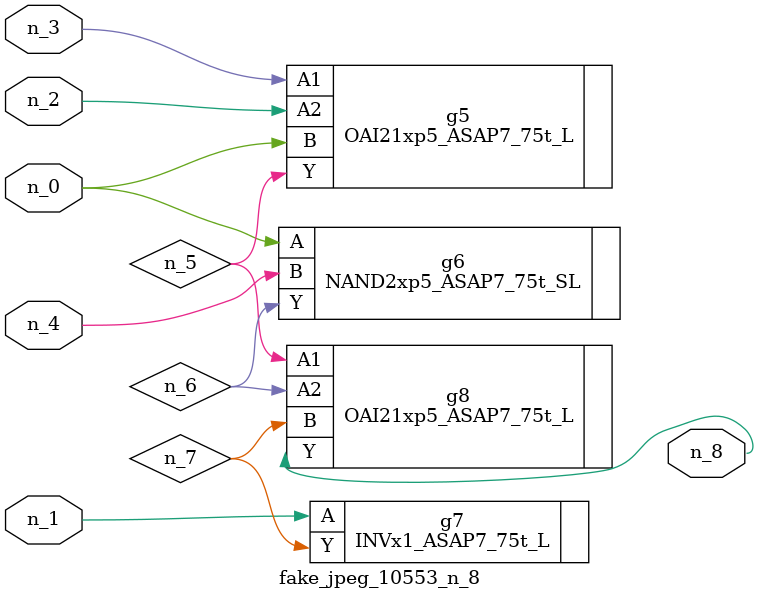
<source format=v>
module fake_jpeg_10553_n_8 (n_3, n_2, n_1, n_0, n_4, n_8);

input n_3;
input n_2;
input n_1;
input n_0;
input n_4;

output n_8;

wire n_6;
wire n_5;
wire n_7;

OAI21xp5_ASAP7_75t_L g5 ( 
.A1(n_3),
.A2(n_2),
.B(n_0),
.Y(n_5)
);

NAND2xp5_ASAP7_75t_SL g6 ( 
.A(n_0),
.B(n_4),
.Y(n_6)
);

INVx1_ASAP7_75t_L g7 ( 
.A(n_1),
.Y(n_7)
);

OAI21xp5_ASAP7_75t_L g8 ( 
.A1(n_5),
.A2(n_6),
.B(n_7),
.Y(n_8)
);


endmodule
</source>
